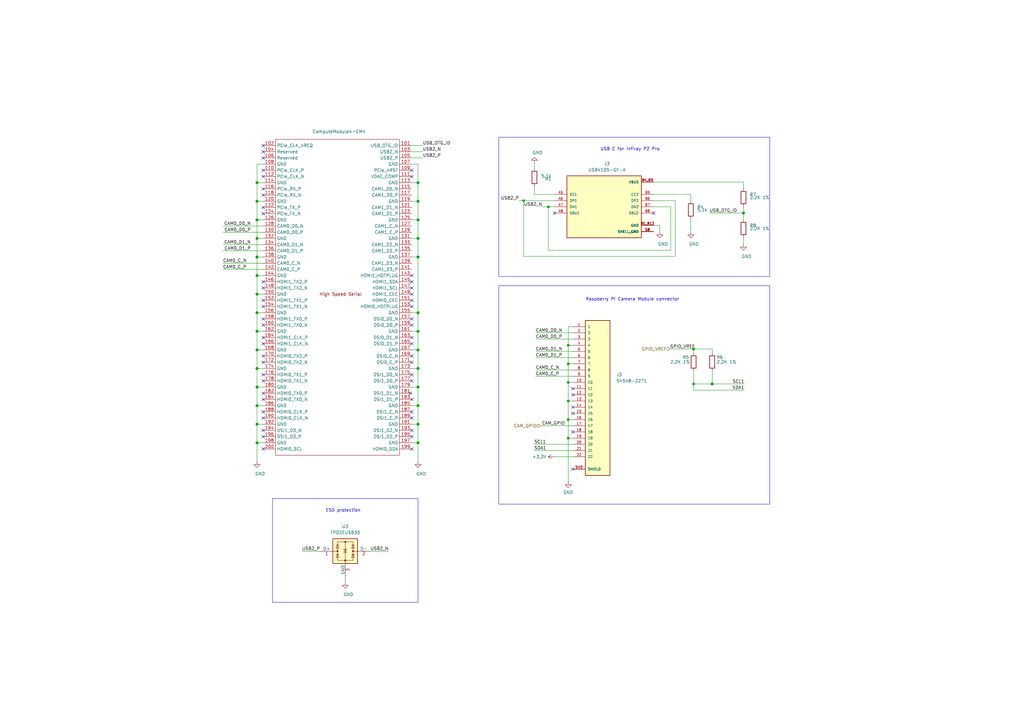
<source format=kicad_sch>
(kicad_sch (version 20230121) (generator eeschema)
  (paper "A3")
  (title_block (title "Raspberry Pi Compute Module 4 Carrier Board v1") (date "2023-06-21") (rev "v01") (comment 2 "creativecommons.org/licenses/by-sa/4.0") (comment 3 "License: CC BY 4.0") (comment 4 "Author: Iiro Karppanen"))
  (lib_symbols
    (symbol "54548-2271:54548-2271" (pin_names (offset 1.016))
      (property "Reference" "J" (at -5.0862 31.2801 0))
      (property "Value" "54548-2271" (at -5.0898 -35.6289 0))
      (symbol "54548-2271_0_0"
        (rectangle (start -5.08 -33.02) (end 5.08 30.48) (stroke (width 0.254)) (fill (type background)))
        (pin passive line (at -10.16 27.94 0) (length 5.08) (name "1") (number "1"))
        (pin passive line (at -10.16 5.08 0) (length 5.08) (name "10") (number "10"))
        (pin passive line (at -10.16 2.54 0) (length 5.08) (name "11") (number "11"))
        (pin passive line (at -10.16 0 0) (length 5.08) (name "12") (number "12"))
        (pin passive line (at -10.16 -2.54 0) (length 5.08) (name "13") (number "13"))
        (pin passive line (at -10.16 -5.08 0) (length 5.08) (name "14") (number "14"))
        (pin passive line (at -10.16 -7.62 0) (length 5.08) (name "15") (number "15"))
        (pin passive line (at -10.16 -10.16 0) (length 5.08) (name "16") (number "16"))
        (pin passive line (at -10.16 -12.7 0) (length 5.08) (name "17") (number "17"))
        (pin passive line (at -10.16 -15.24 0) (length 5.08) (name "18") (number "18"))
        (pin passive line (at -10.16 -17.78 0) (length 5.08) (name "19") (number "19"))
        (pin passive line (at -10.16 25.4 0) (length 5.08) (name "2") (number "2"))
        (pin passive line (at -10.16 -20.32 0) (length 5.08) (name "20") (number "20"))
        (pin passive line (at -10.16 -22.86 0) (length 5.08) (name "21") (number "21"))
        (pin passive line (at -10.16 -25.4 0) (length 5.08) (name "22") (number "22"))
        (pin passive line (at -10.16 22.86 0) (length 5.08) (name "3") (number "3"))
        (pin passive line (at -10.16 20.32 0) (length 5.08) (name "4") (number "4"))
        (pin passive line (at -10.16 17.78 0) (length 5.08) (name "5") (number "5"))
        (pin passive line (at -10.16 15.24 0) (length 5.08) (name "6") (number "6"))
        (pin passive line (at -10.16 12.7 0) (length 5.08) (name "7") (number "7"))
        (pin passive line (at -10.16 10.16 0) (length 5.08) (name "8") (number "8"))
        (pin passive line (at -10.16 7.62 0) (length 5.08) (name "9") (number "9"))
        (pin passive line (at -10.16 -30.48 0) (length 5.08) (name "SHIELD") (number "SH1"))
        (pin passive line (at -10.16 -30.48 0) (length 5.08) (name "SHIELD") (number "SH2"))
      )
    )
    (symbol "CM4IO:ComputeModule4-CM4"
      (property "Reference" "Module" (at 113.03 -68.58 0))
      (property "Value" "ComputeModule4-CM4" (at 140.97 2.54 0))
      (property "Manufacturer" "Hirose" (at 0 0 0))
      (property "MPN" "2x DF40C-100DS-0.4V" (at 0 -2.54 0))
      (property "MPN (Alt)" "2x DF40HC(3.0)-100DS-0.4V" (at 0 0 0))
      (symbol "ComputeModule4-CM4_1_0"
        (text "GPIO" (at 0 6.35 0) (effects (font (size 1.27 1.27))))
      )
      (symbol "ComputeModule4-CM4_1_1"
        (rectangle (start -30.48 -71.12) (end 25.4 58.42))
        (text "600mA Max" (at -8.89 -53.34 0) (effects (font (size 1.27 1.27))))
        (text "600mA Max" (at -8.89 -48.26 0) (effects (font (size 1.27 1.27))))
        (text "NB SD signals are only available" (at -1.27 -27.94 0) (effects (font (size 1.27 1.27))))
        (text "on modules without eMMC" (at -1.27 -30.48 0) (effects (font (size 1.27 1.27))))
        (pin power_in line (at 27.94 55.88 180) (length 2.54) (name "GND") (number "1"))
        (pin passive line (at -33.02 45.72 0) (length 2.54) (name "Ethernet_Pair0_N") (number "10"))
        (pin output line (at -33.02 -68.58 0) (length 2.54) (name "nEXTRST") (number "100"))
        (pin passive line (at 27.94 43.18 180) (length 2.54) (name "Ethernet_Pair2_P") (number "11"))
        (pin passive line (at -33.02 43.18 0) (length 2.54) (name "Ethernet_Pair0_P") (number "12"))
        (pin power_in line (at 27.94 40.64 180) (length 2.54) (name "GND") (number "13"))
        (pin power_in line (at -33.02 40.64 0) (length 2.54) (name "GND") (number "14"))
        (pin output line (at 27.94 38.1 180) (length 2.54) (name "Ethernet_nLED3(3.3v)") (number "15"))
        (pin input line (at -33.02 38.1 0) (length 2.54) (name "Ethernet_SYNC_IN(1.8v)") (number "16"))
        (pin output line (at 27.94 35.56 180) (length 2.54) (name "Ethernet_nLED2(3.3v)") (number "17"))
        (pin input line (at -33.02 35.56 0) (length 2.54) (name "Ethernet_SYNC_OUT(1.8v)") (number "18"))
        (pin output line (at 27.94 33.02 180) (length 2.54) (name "Ethernet_nLED1(3.3v)") (number "19"))
        (pin power_in line (at -33.02 55.88 0) (length 2.54) (name "GND") (number "2"))
        (pin passive line (at -33.02 33.02 0) (length 2.54) (name "EEPROM_nWP") (number "20"))
        (pin open_collector line (at 27.94 30.48 180) (length 2.54) (name "PI_nLED_Activity") (number "21"))
        (pin power_in line (at -33.02 30.48 0) (length 2.54) (name "GND") (number "22"))
        (pin power_in line (at 27.94 27.94 180) (length 2.54) (name "GND") (number "23"))
        (pin passive line (at -33.02 27.94 0) (length 2.54) (name "GPIO26") (number "24"))
        (pin passive line (at 27.94 25.4 180) (length 2.54) (name "GPIO21") (number "25"))
        (pin passive line (at -33.02 25.4 0) (length 2.54) (name "GPIO19") (number "26"))
        (pin passive line (at 27.94 22.86 180) (length 2.54) (name "GPIO20") (number "27"))
        (pin passive line (at -33.02 22.86 0) (length 2.54) (name "GPIO13") (number "28"))
        (pin passive line (at 27.94 20.32 180) (length 2.54) (name "GPIO16") (number "29"))
        (pin passive line (at 27.94 53.34 180) (length 2.54) (name "Ethernet_Pair3_P") (number "3"))
        (pin passive line (at -33.02 20.32 0) (length 2.54) (name "GPIO6") (number "30"))
        (pin passive line (at 27.94 17.78 180) (length 2.54) (name "GPIO12") (number "31"))
        (pin power_in line (at -33.02 17.78 0) (length 2.54) (name "GND") (number "32"))
        (pin power_in line (at 27.94 15.24 180) (length 2.54) (name "GND") (number "33"))
        (pin passive line (at -33.02 15.24 0) (length 2.54) (name "GPIO5") (number "34"))
        (pin passive line (at 27.94 12.7 180) (length 2.54) (name "ID_SC") (number "35"))
        (pin passive line (at -33.02 12.7 0) (length 2.54) (name "ID_SD") (number "36"))
        (pin passive line (at 27.94 10.16 180) (length 2.54) (name "GPIO7") (number "37"))
        (pin passive line (at -33.02 10.16 0) (length 2.54) (name "GPIO11") (number "38"))
        (pin passive line (at 27.94 7.62 180) (length 2.54) (name "GPIO8") (number "39"))
        (pin passive line (at -33.02 53.34 0) (length 2.54) (name "Ethernet_Pair1_P") (number "4"))
        (pin passive line (at -33.02 7.62 0) (length 2.54) (name "GPIO9") (number "40"))
        (pin passive line (at 27.94 5.08 180) (length 2.54) (name "GPIO25") (number "41"))
        (pin power_in line (at -33.02 5.08 0) (length 2.54) (name "GND") (number "42"))
        (pin power_in line (at 27.94 2.54 180) (length 2.54) (name "GND") (number "43"))
        (pin passive line (at -33.02 2.54 0) (length 2.54) (name "GPIO10") (number "44"))
        (pin passive line (at 27.94 0 180) (length 2.54) (name "GPIO24") (number "45"))
        (pin passive line (at -33.02 0 0) (length 2.54) (name "GPIO22") (number "46"))
        (pin passive line (at 27.94 -2.54 180) (length 2.54) (name "GPIO23") (number "47"))
        (pin passive line (at -33.02 -2.54 0) (length 2.54) (name "GPIO27") (number "48"))
        (pin passive line (at 27.94 -5.08 180) (length 2.54) (name "GPIO18") (number "49"))
        (pin passive line (at 27.94 50.8 180) (length 2.54) (name "Ethernet_Pair3_N") (number "5"))
        (pin passive line (at -33.02 -5.08 0) (length 2.54) (name "GPIO17") (number "50"))
        (pin passive line (at 27.94 -7.62 180) (length 2.54) (name "GPIO15") (number "51"))
        (pin power_in line (at -33.02 -7.62 0) (length 2.54) (name "GND") (number "52"))
        (pin power_in line (at 27.94 -10.16 180) (length 2.54) (name "GND") (number "53"))
        (pin passive line (at -33.02 -10.16 0) (length 2.54) (name "GPIO4") (number "54"))
        (pin passive line (at 27.94 -12.7 180) (length 2.54) (name "GPIO14") (number "55"))
        (pin passive line (at -33.02 -12.7 0) (length 2.54) (name "GPIO3") (number "56"))
        (pin passive line (at 27.94 -15.24 180) (length 2.54) (name "SD_CLK") (number "57"))
        (pin passive line (at -33.02 -15.24 0) (length 2.54) (name "GPIO2") (number "58"))
        (pin power_in line (at 27.94 -17.78 180) (length 2.54) (name "GND") (number "59"))
        (pin passive line (at -33.02 50.8 0) (length 2.54) (name "Ethernet_Pair1_N") (number "6"))
        (pin power_in line (at -33.02 -17.78 0) (length 2.54) (name "GND") (number "60"))
        (pin passive line (at 27.94 -20.32 180) (length 2.54) (name "SD_DAT3") (number "61"))
        (pin passive line (at -33.02 -20.32 0) (length 2.54) (name "SD_CMD") (number "62"))
        (pin passive line (at 27.94 -22.86 180) (length 2.54) (name "SD_DAT0") (number "63"))
        (pin passive line (at -33.02 -22.86 0) (length 2.54) (name "SD_DAT5") (number "64"))
        (pin power_in line (at 27.94 -25.4 180) (length 2.54) (name "GND") (number "65"))
        (pin power_in line (at -33.02 -25.4 0) (length 2.54) (name "GND") (number "66"))
        (pin passive line (at 27.94 -27.94 180) (length 2.54) (name "SD_DAT1") (number "67"))
        (pin passive line (at -33.02 -27.94 0) (length 2.54) (name "SD_DAT4") (number "68"))
        (pin passive line (at 27.94 -30.48 180) (length 2.54) (name "SD_DAT2") (number "69"))
        (pin power_in line (at 27.94 48.26 180) (length 2.54) (name "GND") (number "7"))
        (pin passive line (at -33.02 -30.48 0) (length 2.54) (name "SD_DAT7") (number "70"))
        (pin power_in line (at 27.94 -33.02 180) (length 2.54) (name "GND") (number "71"))
        (pin passive line (at -33.02 -33.02 0) (length 2.54) (name "SD_DAT6") (number "72"))
        (pin input line (at 27.94 -35.56 180) (length 2.54) (name "SD_VDD_Override") (number "73"))
        (pin power_in line (at -33.02 -35.56 0) (length 2.54) (name "GND") (number "74"))
        (pin output line (at 27.94 -38.1 180) (length 2.54) (name "SD_PWR_ON") (number "75"))
        (pin passive line (at -33.02 -38.1 0) (length 2.54) (name "Reserved") (number "76"))
        (pin power_in line (at 27.94 -40.64 180) (length 2.54) (name "+5v_(Input)") (number "77"))
        (pin power_in line (at -33.02 -40.64 0) (length 2.54) (name "GPIO_VREF(1.8v/3.3v_Input)") (number "78"))
        (pin power_in line (at 27.94 -43.18 180) (length 2.54) (name "+5v_(Input)") (number "79"))
        (pin power_in line (at -33.02 48.26 0) (length 2.54) (name "GND") (number "8"))
        (pin passive line (at -33.02 -43.18 0) (length 2.54) (name "SCL0") (number "80"))
        (pin power_in line (at 27.94 -45.72 180) (length 2.54) (name "+5v_(Input)") (number "81"))
        (pin passive line (at -33.02 -45.72 0) (length 2.54) (name "SDA0") (number "82"))
        (pin power_in line (at 27.94 -48.26 180) (length 2.54) (name "+5v_(Input)") (number "83"))
        (pin power_out line (at -33.02 -48.26 0) (length 2.54) (name "+3.3v_(Output)") (number "84"))
        (pin power_in line (at 27.94 -50.8 180) (length 2.54) (name "+5v_(Input)") (number "85"))
        (pin power_out line (at -33.02 -50.8 0) (length 2.54) (name "+3.3v_(Output)") (number "86"))
        (pin power_in line (at 27.94 -53.34 180) (length 2.54) (name "+5v_(Input)") (number "87"))
        (pin power_out line (at -33.02 -53.34 0) (length 2.54) (name "+1.8v_(Output)") (number "88"))
        (pin power_in line (at 27.94 -55.88 180) (length 2.54) (name "WiFi_nDisable") (number "89"))
        (pin passive line (at 27.94 45.72 180) (length 2.54) (name "Ethernet_Pair2_N") (number "9"))
        (pin power_out line (at -33.02 -55.88 0) (length 2.54) (name "+1.8v_(Output)") (number "90"))
        (pin power_in line (at 27.94 -58.42 180) (length 2.54) (name "BT_nDisable") (number "91"))
        (pin passive line (at -33.02 -58.42 0) (length 2.54) (name "RUN_PG") (number "92"))
        (pin input line (at 27.94 -60.96 180) (length 2.54) (name "nRPIBOOT") (number "93"))
        (pin passive line (at -33.02 -60.96 0) (length 2.54) (name "AnalogIP0") (number "94"))
        (pin output line (at 27.94 -63.5 180) (length 2.54) (name "nPI_LED_PWR") (number "95"))
        (pin passive line (at -33.02 -63.5 0) (length 2.54) (name "AnalogIP1") (number "96"))
        (pin passive line (at 27.94 -66.04 180) (length 2.54) (name "Camera_GPIO") (number "97"))
        (pin power_in line (at -33.02 -66.04 0) (length 2.54) (name "GND") (number "98"))
        (pin input line (at 27.94 -68.58 180) (length 2.54) (name "Global_EN") (number "99"))
      )
      (symbol "ComputeModule4-CM4_2_1"
        (rectangle (start 114.3 -66.04) (end 165.1 63.5))
        (text "High Speed Serial" (at 140.97 0 0) (effects (font (size 1.27 1.27))))
        (pin input line (at 170.18 60.96 180) (length 5.08) (name "USB_OTG_ID") (number "101"))
        (pin input line (at 109.22 60.96 0) (length 5.08) (name "PCIe_CLK_nREQ") (number "102"))
        (pin passive line (at 170.18 58.42 180) (length 5.08) (name "USB2_N") (number "103"))
        (pin passive line (at 109.22 58.42 0) (length 5.08) (name "Reserved") (number "104"))
        (pin passive line (at 170.18 55.88 180) (length 5.08) (name "USB2_P") (number "105"))
        (pin passive line (at 109.22 55.88 0) (length 5.08) (name "Reserved") (number "106"))
        (pin power_in line (at 170.18 53.34 180) (length 5.08) (name "GND") (number "107"))
        (pin power_in line (at 109.22 53.34 0) (length 5.08) (name "GND") (number "108"))
        (pin bidirectional line (at 170.18 50.8 180) (length 5.08) (name "PCIe_nRST") (number "109"))
        (pin output line (at 109.22 50.8 0) (length 5.08) (name "PCIe_CLK_P") (number "110"))
        (pin passive line (at 170.18 48.26 180) (length 5.08) (name "VDAC_COMP") (number "111"))
        (pin output line (at 109.22 48.26 0) (length 5.08) (name "PCIe_CLK_N") (number "112"))
        (pin power_in line (at 170.18 45.72 180) (length 5.08) (name "GND") (number "113"))
        (pin power_in line (at 109.22 45.72 0) (length 5.08) (name "GND") (number "114"))
        (pin input line (at 170.18 43.18 180) (length 5.08) (name "CAM1_D0_N") (number "115"))
        (pin input line (at 109.22 43.18 0) (length 5.08) (name "PCIe_RX_P") (number "116"))
        (pin input line (at 170.18 40.64 180) (length 5.08) (name "CAM1_D0_P") (number "117"))
        (pin input line (at 109.22 40.64 0) (length 5.08) (name "PCIe_RX_N") (number "118"))
        (pin power_in line (at 170.18 38.1 180) (length 5.08) (name "GND") (number "119"))
        (pin power_in line (at 109.22 38.1 0) (length 5.08) (name "GND") (number "120"))
        (pin input line (at 170.18 35.56 180) (length 5.08) (name "CAM1_D1_N") (number "121"))
        (pin output line (at 109.22 35.56 0) (length 5.08) (name "PCIe_TX_P") (number "122"))
        (pin input line (at 170.18 33.02 180) (length 5.08) (name "CAM1_D1_P") (number "123"))
        (pin output line (at 109.22 33.02 0) (length 5.08) (name "PCIe_TX_N") (number "124"))
        (pin power_in line (at 170.18 30.48 180) (length 5.08) (name "GND") (number "125"))
        (pin power_in line (at 109.22 30.48 0) (length 5.08) (name "GND") (number "126"))
        (pin input line (at 170.18 27.94 180) (length 5.08) (name "CAM1_C_N") (number "127"))
        (pin input line (at 109.22 27.94 0) (length 5.08) (name "CAM0_D0_N") (number "128"))
        (pin input line (at 170.18 25.4 180) (length 5.08) (name "CAM1_C_P") (number "129"))
        (pin input line (at 109.22 25.4 0) (length 5.08) (name "CAM0_D0_P") (number "130"))
        (pin power_in line (at 170.18 22.86 180) (length 5.08) (name "GND") (number "131"))
        (pin power_in line (at 109.22 22.86 0) (length 5.08) (name "GND") (number "132"))
        (pin input line (at 170.18 20.32 180) (length 5.08) (name "CAM1_D2_N") (number "133"))
        (pin input line (at 109.22 20.32 0) (length 5.08) (name "CAM0_D1_N") (number "134"))
        (pin input line (at 170.18 17.78 180) (length 5.08) (name "CAM1_D2_P") (number "135"))
        (pin input line (at 109.22 17.78 0) (length 5.08) (name "CAM0_D1_P") (number "136"))
        (pin power_in line (at 170.18 15.24 180) (length 5.08) (name "GND") (number "137"))
        (pin power_in line (at 109.22 15.24 0) (length 5.08) (name "GND") (number "138"))
        (pin input line (at 170.18 12.7 180) (length 5.08) (name "CAM1_D3_N") (number "139"))
        (pin input line (at 109.22 12.7 0) (length 5.08) (name "CAM0_C_N") (number "140"))
        (pin input line (at 170.18 10.16 180) (length 5.08) (name "CAM1_D3_P") (number "141"))
        (pin input line (at 109.22 10.16 0) (length 5.08) (name "CAM0_C_P") (number "142"))
        (pin input line (at 170.18 7.62 180) (length 5.08) (name "HDMI1_HOTPLUG") (number "143"))
        (pin power_in line (at 109.22 7.62 0) (length 5.08) (name "GND") (number "144"))
        (pin bidirectional line (at 170.18 5.08 180) (length 5.08) (name "HDMI1_SDA") (number "145"))
        (pin output line (at 109.22 5.08 0) (length 5.08) (name "HDMI1_TX2_P") (number "146"))
        (pin open_collector line (at 170.18 2.54 180) (length 5.08) (name "HDMI1_SCL") (number "147"))
        (pin output line (at 109.22 2.54 0) (length 5.08) (name "HDMI1_TX2_N") (number "148"))
        (pin open_collector line (at 170.18 0 180) (length 5.08) (name "HDMI1_CEC") (number "149"))
        (pin power_in line (at 109.22 0 0) (length 5.08) (name "GND") (number "150"))
        (pin open_collector line (at 170.18 -2.54 180) (length 5.08) (name "HDMI0_CEC") (number "151"))
        (pin output line (at 109.22 -2.54 0) (length 5.08) (name "HDMI1_TX1_P") (number "152"))
        (pin input line (at 170.18 -5.08 180) (length 5.08) (name "HDMI0_HOTPLUG") (number "153"))
        (pin output line (at 109.22 -5.08 0) (length 5.08) (name "HDMI1_TX1_N") (number "154"))
        (pin power_in line (at 170.18 -7.62 180) (length 5.08) (name "GND") (number "155"))
        (pin power_in line (at 109.22 -7.62 0) (length 5.08) (name "GND") (number "156"))
        (pin output line (at 170.18 -10.16 180) (length 5.08) (name "DSI0_D0_N") (number "157"))
        (pin output line (at 109.22 -10.16 0) (length 5.08) (name "HDMI1_TX0_P") (number "158"))
        (pin output line (at 170.18 -12.7 180) (length 5.08) (name "DSI0_D0_P") (number "159"))
        (pin output line (at 109.22 -12.7 0) (length 5.08) (name "HDMI1_TX0_N") (number "160"))
        (pin power_in line (at 170.18 -15.24 180) (length 5.08) (name "GND") (number "161"))
        (pin power_in line (at 109.22 -15.24 0) (length 5.08) (name "GND") (number "162"))
        (pin output line (at 170.18 -17.78 180) (length 5.08) (name "DSI0_D1_N") (number "163"))
        (pin output line (at 109.22 -17.78 0) (length 5.08) (name "HDMI1_CLK_P") (number "164"))
        (pin output line (at 170.18 -20.32 180) (length 5.08) (name "DSI0_D1_P") (number "165"))
        (pin output line (at 109.22 -20.32 0) (length 5.08) (name "HDMI1_CLK_N") (number "166"))
        (pin power_in line (at 170.18 -22.86 180) (length 5.08) (name "GND") (number "167"))
        (pin power_in line (at 109.22 -22.86 0) (length 5.08) (name "GND") (number "168"))
        (pin output line (at 170.18 -25.4 180) (length 5.08) (name "DSI0_C_N") (number "169"))
        (pin output line (at 109.22 -25.4 0) (length 5.08) (name "HDMI0_TX2_P") (number "170"))
        (pin output line (at 170.18 -27.94 180) (length 5.08) (name "DSI0_C_P") (number "171"))
        (pin output line (at 109.22 -27.94 0) (length 5.08) (name "HDMI0_TX2_N") (number "172"))
        (pin power_in line (at 170.18 -30.48 180) (length 5.08) (name "GND") (number "173"))
        (pin power_in line (at 109.22 -30.48 0) (length 5.08) (name "GND") (number "174"))
        (pin output line (at 170.18 -33.02 180) (length 5.08) (name "DSI1_D0_N") (number "175"))
        (pin output line (at 109.22 -33.02 0) (length 5.08) (name "HDMI0_TX1_P") (number "176"))
        (pin output line (at 170.18 -35.56 180) (length 5.08) (name "DSI1_D0_P") (number "177"))
        (pin output line (at 109.22 -35.56 0) (length 5.08) (name "HDMI0_TX1_N") (number "178"))
        (pin power_in line (at 170.18 -38.1 180) (length 5.08) (name "GND") (number "179"))
        (pin power_in line (at 109.22 -38.1 0) (length 5.08) (name "GND") (number "180"))
        (pin output line (at 170.18 -40.64 180) (length 5.08) (name "DSI1_D1_N") (number "181"))
        (pin output line (at 109.22 -40.64 0) (length 5.08) (name "HDMI0_TX0_P") (number "182"))
        (pin output line (at 170.18 -43.18 180) (length 5.08) (name "DSI1_D1_P") (number "183"))
        (pin output line (at 109.22 -43.18 0) (length 5.08) (name "HDMI0_TX0_N") (number "184"))
        (pin power_in line (at 170.18 -45.72 180) (length 5.08) (name "GND") (number "185"))
        (pin power_in line (at 109.22 -45.72 0) (length 5.08) (name "GND") (number "186"))
        (pin output line (at 170.18 -48.26 180) (length 5.08) (name "DSI1_C_N") (number "187"))
        (pin output line (at 109.22 -48.26 0) (length 5.08) (name "HDMI0_CLK_P") (number "188"))
        (pin output line (at 170.18 -50.8 180) (length 5.08) (name "DSI1_C_P") (number "189"))
        (pin output line (at 109.22 -50.8 0) (length 5.08) (name "HDMI0_CLK_N") (number "190"))
        (pin power_in line (at 170.18 -53.34 180) (length 5.08) (name "GND") (number "191"))
        (pin power_in line (at 109.22 -53.34 0) (length 5.08) (name "GND") (number "192"))
        (pin output line (at 170.18 -55.88 180) (length 5.08) (name "DSI1_D2_N") (number "193"))
        (pin output line (at 109.22 -55.88 0) (length 5.08) (name "DSI1_D3_N") (number "194"))
        (pin output line (at 170.18 -58.42 180) (length 5.08) (name "DSI1_D2_P") (number "195"))
        (pin output line (at 109.22 -58.42 0) (length 5.08) (name "DSI1_D3_P") (number "196"))
        (pin power_in line (at 170.18 -60.96 180) (length 5.08) (name "GND") (number "197"))
        (pin power_in line (at 109.22 -60.96 0) (length 5.08) (name "GND") (number "198"))
        (pin bidirectional line (at 170.18 -63.5 180) (length 5.08) (name "HDMI0_SDA") (number "199"))
        (pin open_collector line (at 109.22 -63.5 0) (length 5.08) (name "HDMI0_SCL") (number "200"))
      )
    )
    (symbol "Device:R" (pin_numbers hide) (pin_names (offset 0))
      (property "Reference" "R" (at 2.032 0 90))
      (property "Value" "R" (at 0 0 90))
      (symbol "R_0_1"
        (rectangle (start -1.016 -2.54) (end 1.016 2.54) (stroke (width 0.254)))
      )
      (symbol "R_1_1"
        (pin passive line (at 0 3.81 270) (length 1.27) (name "~") (number "1"))
        (pin passive line (at 0 -3.81 90) (length 1.27) (name "~") (number "2"))
      )
    )
    (symbol "GND_1" (power) (pin_names (offset 0))
      (property "Value" "GND_1" (at 0 -3.81 0))
      (symbol "GND_1_0_1"
        (polyline (pts (xy 0 0) (xy 0 -1.27) (xy 1.27 -1.27) (xy 0 -2.54) (xy -1.27 -1.27) (xy 0 -1.27)))
      )
      (symbol "GND_1_1_1"
        (pin power_in line (at 0 0 270) (length 0) hide (name "GND") (number "1"))
      )
    )
    (symbol "Power_Protection:TPD2EUSB30" (pin_names (offset 0))
      (property "Reference" "U" (at 0 6.35 0))
      (property "Value" "TPD2EUSB30" (at 7.62 -7.62 0))
      (symbol "TPD2EUSB30_0_1"
        (rectangle (start -5.08 5.08) (end 5.08 -5.08) (stroke (width 0.254)) (fill (type background)))
        (circle (center -3.175 0) (radius 0.2794) (fill (type outline)))
        (rectangle (start -3.175 3.81) (end 3.175 -3.81))
        (circle (center 0 -3.81) (radius 0.2794) (fill (type outline)))
        (polyline (pts (xy -5.08 0) (xy -3.175 0)))
        (polyline (pts (xy -3.81 -1.27) (xy -2.54 -1.27)))
        (polyline (pts (xy -3.81 2.54) (xy -2.54 2.54)))
        (polyline (pts (xy 0 3.81) (xy 0 -5.08)))
        (polyline (pts (xy 2.54 -1.27) (xy 3.81 -1.27)))
        (polyline (pts (xy 2.54 2.54) (xy 3.81 2.54)))
        (polyline (pts (xy 5.08 0) (xy 3.175 0)))
        (polyline (pts (xy 0.762 0.762) (xy -0.762 0.762) (xy -0.762 0.508)))
        (polyline (pts (xy -2.54 -2.54) (xy -3.81 -2.54) (xy -3.175 -1.27) (xy -2.54 -2.54)))
        (polyline (pts (xy -2.54 1.27) (xy -3.81 1.27) (xy -3.175 2.54) (xy -2.54 1.27)))
        (polyline (pts (xy 0.635 -0.508) (xy -0.635 -0.508) (xy 0 0.762) (xy 0.635 -0.508)))
        (polyline (pts (xy 3.81 -2.54) (xy 2.54 -2.54) (xy 3.175 -1.27) (xy 3.81 -2.54)))
        (polyline (pts (xy 3.81 1.27) (xy 2.54 1.27) (xy 3.175 2.54) (xy 3.81 1.27)))
        (circle (center 0 3.81) (radius 0.2794) (fill (type outline)))
        (circle (center 3.175 0) (radius 0.2794) (fill (type outline)))
      )
      (symbol "TPD2EUSB30_1_1"
        (pin passive line (at -10.16 0 0) (length 5.08) (name "D+") (number "1"))
        (pin passive line (at 10.16 0 180) (length 5.08) (name "D-") (number "2"))
        (pin passive line (at 0 -10.16 90) (length 5.08) (name "GND") (number "3"))
      )
    )
    (symbol "USB4105-GF-A:USB4105-GF-A" (pin_names (offset 1.016))
      (property "Reference" "J" (at -15.24 13.97 0))
      (property "Value" "USB4105-GF-A" (at -15.24 -15.24 0))
      (symbol "USB4105-GF-A_0_0"
        (rectangle (start -15.24 -12.7) (end 15.24 12.7) (stroke (width 0.254)) (fill (type background)))
        (pin power_in line (at 20.32 -7.62 180) (length 5.08) (name "GND") (number "A1_B12"))
        (pin power_in line (at 20.32 10.16 180) (length 5.08) (name "VBUS") (number "A4_B9"))
        (pin bidirectional line (at -20.32 5.08 0) (length 5.08) (name "CC1") (number "A5"))
        (pin bidirectional line (at -20.32 2.54 0) (length 5.08) (name "DP1") (number "A6"))
        (pin bidirectional line (at -20.32 0 0) (length 5.08) (name "DN1") (number "A7"))
        (pin bidirectional line (at -20.32 -2.54 0) (length 5.08) (name "SBU1") (number "A8"))
        (pin power_in line (at 20.32 -7.62 180) (length 5.08) (name "GND") (number "B1_A12"))
        (pin power_in line (at 20.32 10.16 180) (length 5.08) (name "VBUS") (number "B4_A9"))
        (pin bidirectional line (at 20.32 5.08 180) (length 5.08) (name "CC2") (number "B5"))
        (pin bidirectional line (at 20.32 2.54 180) (length 5.08) (name "DP2") (number "B6"))
        (pin bidirectional line (at 20.32 0 180) (length 5.08) (name "DN2") (number "B7"))
        (pin bidirectional line (at 20.32 -2.54 180) (length 5.08) (name "SBU2") (number "B8"))
        (pin power_in line (at 20.32 -10.16 180) (length 5.08) (name "SHELL_GND") (number "S1"))
        (pin power_in line (at 20.32 -10.16 180) (length 5.08) (name "SHELL_GND") (number "S2"))
        (pin power_in line (at 20.32 -10.16 180) (length 5.08) (name "SHELL_GND") (number "S3"))
        (pin power_in line (at 20.32 -10.16 180) (length 5.08) (name "SHELL_GND") (number "S4"))
      )
    )
    (symbol "power:+3.3V" (power) (pin_names (offset 0))
      (property "Value" "+3.3V" (at 0 3.556 0))
      (symbol "+3.3V_0_1"
        (polyline (pts (xy -0.762 1.27) (xy 0 2.54)))
        (polyline (pts (xy 0 0) (xy 0 2.54)))
        (polyline (pts (xy 0 2.54) (xy 0.762 1.27)))
      )
      (symbol "+3.3V_1_1"
        (pin power_in line (at 0 0 90) (length 0) hide (name "+3.3V") (number "1"))
      )
    )
    (symbol "power:GND" (power) (pin_names (offset 0))
      (property "Value" "GND" (at 0 -3.81 0))
      (symbol "GND_0_1"
        (polyline (pts (xy 0 0) (xy 0 -1.27) (xy 1.27 -1.27) (xy 0 -2.54) (xy -1.27 -1.27) (xy 0 -1.27)))
      )
      (symbol "GND_1_1"
        (pin power_in line (at 0 0 270) (length 0) hide (name "GND") (number "1"))
      )
    )
  )
  (junction (at 105.41 151.13) (diameter 1.016))
  (junction (at 171.45 97.79) (diameter 1.016))
  (junction (at 171.45 74.93) (diameter 1.016))
  (junction (at 233.045 156.845))
  (junction (at 233.045 149.225))
  (junction (at 171.45 143.51) (diameter 1.016))
  (junction (at 214.757 82.296))
  (junction (at 105.41 173.99) (diameter 1.016))
  (junction (at 304.927 87.376) (diameter 1.016))
  (junction (at 171.45 166.37) (diameter 1.016))
  (junction (at 171.45 90.17) (diameter 1.016))
  (junction (at 105.41 74.93) (diameter 1.016))
  (junction (at 292.1 157.48) (diameter 1.016))
  (junction (at 105.41 143.51) (diameter 1.016))
  (junction (at 171.45 181.61) (diameter 1.016))
  (junction (at 224.917 84.836))
  (junction (at 105.41 90.17) (diameter 1.016))
  (junction (at 105.41 105.41) (diameter 1.016))
  (junction (at 171.45 135.89) (diameter 1.016))
  (junction (at 105.41 97.79) (diameter 1.016))
  (junction (at 171.45 105.41) (diameter 1.016))
  (junction (at 284.48 157.48))
  (junction (at 233.045 141.605))
  (junction (at 171.45 82.55) (diameter 1.016))
  (junction (at 105.41 158.75) (diameter 1.016))
  (junction (at 105.41 128.27) (diameter 1.016))
  (junction (at 105.41 181.61) (diameter 1.016))
  (junction (at 105.41 166.37) (diameter 1.016))
  (junction (at 105.41 120.65) (diameter 1.016))
  (junction (at 105.41 113.03) (diameter 1.016))
  (junction (at 171.45 128.27) (diameter 1.016))
  (junction (at 233.045 179.705))
  (junction (at 105.41 135.89) (diameter 1.016))
  (junction (at 233.045 172.085))
  (junction (at 171.45 151.13) (diameter 1.016))
  (junction (at 105.41 82.55) (diameter 1.016))
  (junction (at 233.045 164.465))
  (junction (at 171.45 173.99) (diameter 1.016))
  (junction (at 284.48 143.129) (diameter 1.016))
  (junction (at 171.45 158.75) (diameter 1.016))
  (no_connect (at 168.91 184.15))
  (no_connect (at 168.91 176.53))
  (no_connect (at 168.275 161.29))
  (no_connect (at 107.95 148.59))
  (no_connect (at 227.457 87.376))
  (no_connect (at 168.91 130.81))
  (no_connect (at 107.95 140.97))
  (no_connect (at 107.95 179.07))
  (no_connect (at 168.91 179.07))
  (no_connect (at 107.95 168.91))
  (no_connect (at 107.95 85.09))
  (no_connect (at 168.91 163.83))
  (no_connect (at 168.91 168.91))
  (no_connect (at 168.91 146.05))
  (no_connect (at 107.95 138.43))
  (no_connect (at 168.91 125.73))
  (no_connect (at 168.91 171.45))
  (no_connect (at 107.95 171.45))
  (no_connect (at 168.91 115.57))
  (no_connect (at 107.95 118.11))
  (no_connect (at 107.95 176.53))
  (no_connect (at 234.95 177.165))
  (no_connect (at 168.91 148.59))
  (no_connect (at 234.95 159.385))
  (no_connect (at 107.95 59.69))
  (no_connect (at 168.91 69.85))
  (no_connect (at 107.95 72.39))
  (no_connect (at 234.95 169.545))
  (no_connect (at 168.91 123.19))
  (no_connect (at 107.95 123.19))
  (no_connect (at 107.95 130.81))
  (no_connect (at 168.91 138.43))
  (no_connect (at 168.91 72.39))
  (no_connect (at 107.95 156.21))
  (no_connect (at 168.91 133.35))
  (no_connect (at 168.91 140.97))
  (no_connect (at 234.95 161.925))
  (no_connect (at 107.95 161.29))
  (no_connect (at 107.95 80.01))
  (no_connect (at 234.95 192.405))
  (no_connect (at 107.95 163.83))
  (no_connect (at 107.95 77.47))
  (no_connect (at 234.95 167.005))
  (no_connect (at 107.95 64.77))
  (no_connect (at 107.95 87.63))
  (no_connect (at 168.91 153.67))
  (no_connect (at 107.95 153.67))
  (no_connect (at 107.95 125.73))
  (no_connect (at 168.91 120.65))
  (no_connect (at 107.95 133.35))
  (no_connect (at 168.91 118.11))
  (no_connect (at 168.91 156.21))
  (no_connect (at 107.95 62.23))
  (no_connect (at 107.95 184.15))
  (no_connect (at 107.95 146.05))
  (no_connect (at 107.95 115.57))
  (no_connect (at 168.91 113.03))
  (no_connect (at 268.097 87.376))
  (no_connect (at 107.95 69.85))
  (wire (pts (xy 212.852 82.296) (xy 214.757 82.296)))
  (wire (pts (xy 233.045 141.605) (xy 234.95 141.605)))
  (wire (pts (xy 168.91 82.55) (xy 171.45 82.55)))
  (wire (pts (xy 105.41 113.03) (xy 105.41 120.65)))
  (wire (pts (xy 221.615 174.625) (xy 234.95 174.625)))
  (wire (pts (xy 168.91 97.79) (xy 171.45 97.79)))
  (wire (pts (xy 105.41 135.89) (xy 105.41 143.51)))
  (wire (pts (xy 219.202 76.581) (xy 219.202 79.756)))
  (wire (pts (xy 168.91 90.17) (xy 171.45 90.17)))
  (wire (pts (xy 304.927 87.376) (xy 304.927 89.916)))
  (wire (pts (xy 168.91 158.75) (xy 171.45 158.75)))
  (wire (pts (xy 105.41 113.03) (xy 107.95 113.03)))
  (wire (pts (xy 270.637 92.456) (xy 270.637 94.996)))
  (wire (pts (xy 141.605 236.22) (xy 141.605 238.76)))
  (wire (pts (xy 275.082 84.836) (xy 275.082 102.616)))
  (wire (pts (xy 276.987 105.156) (xy 214.757 105.156)))
  (wire (pts (xy 171.45 82.55) (xy 171.45 90.17)))
  (wire (pts (xy 105.41 143.51) (xy 105.41 151.13)))
  (wire (pts (xy 233.045 149.225) (xy 233.045 156.845)))
  (wire (pts (xy 105.41 151.13) (xy 107.95 151.13)))
  (wire (pts (xy 233.045 141.605) (xy 233.045 149.225)))
  (wire (pts (xy 276.987 82.296) (xy 276.987 105.156)))
  (wire (pts (xy 219.075 182.245) (xy 234.95 182.245)))
  (wire (pts (xy 105.41 135.89) (xy 107.95 135.89)))
  (wire (pts (xy 227.33 187.325) (xy 234.95 187.325)))
  (wire (pts (xy 123.825 226.06) (xy 131.445 226.06)))
  (wire (pts (xy 105.41 67.31) (xy 107.95 67.31)))
  (wire (pts (xy 219.71 154.305) (xy 234.95 154.305)))
  (wire (pts (xy 105.41 166.37) (xy 105.41 173.99)))
  (wire (pts (xy 219.71 151.765) (xy 234.95 151.765)))
  (wire (pts (xy 171.45 105.41) (xy 171.45 128.27)))
  (wire (pts (xy 105.41 181.61) (xy 105.41 189.23)))
  (wire (pts (xy 105.41 82.55) (xy 107.95 82.55)))
  (wire (pts (xy 284.48 143.129) (xy 284.48 144.653)))
  (wire (pts (xy 171.45 67.31) (xy 171.45 74.93)))
  (wire (pts (xy 233.045 156.845) (xy 234.95 156.845)))
  (wire (pts (xy 233.045 172.085) (xy 233.045 179.705)))
  (wire (pts (xy 219.71 144.145) (xy 234.95 144.145)))
  (wire (pts (xy 168.91 67.31) (xy 171.45 67.31)))
  (wire (pts (xy 105.41 90.17) (xy 107.95 90.17)))
  (wire (pts (xy 233.045 164.465) (xy 233.045 172.085)))
  (wire (pts (xy 105.41 181.61) (xy 107.95 181.61)))
  (wire (pts (xy 171.45 74.93) (xy 171.45 82.55)))
  (wire (pts (xy 233.045 179.705) (xy 234.95 179.705)))
  (wire (pts (xy 171.45 181.61) (xy 171.45 189.23)))
  (wire (pts (xy 214.757 105.156) (xy 214.757 82.296)))
  (wire (pts (xy 168.91 135.89) (xy 171.45 135.89)))
  (wire (pts (xy 105.41 67.31) (xy 105.41 74.93)))
  (wire (pts (xy 91.44 107.95) (xy 107.95 107.95)))
  (wire (pts (xy 105.41 143.51) (xy 107.95 143.51)))
  (wire (pts (xy 105.41 82.55) (xy 105.41 90.17)))
  (wire (pts (xy 107.95 92.71) (xy 91.44 92.71)))
  (wire (pts (xy 268.097 84.836) (xy 275.082 84.836)))
  (wire (pts (xy 171.45 97.79) (xy 171.45 105.41)))
  (wire (pts (xy 268.097 74.676) (xy 304.927 74.676)))
  (wire (pts (xy 105.41 105.41) (xy 105.41 113.03)))
  (wire (pts (xy 171.45 158.75) (xy 171.45 166.37)))
  (wire (pts (xy 168.91 173.99) (xy 171.45 173.99)))
  (wire (pts (xy 105.41 128.27) (xy 105.41 135.89)))
  (wire (pts (xy 268.097 79.756) (xy 283.337 79.756)))
  (wire (pts (xy 224.917 102.616) (xy 224.917 84.836)))
  (wire (pts (xy 107.95 102.87) (xy 91.44 102.87)))
  (wire (pts (xy 219.075 184.785) (xy 234.95 184.785)))
  (wire (pts (xy 91.44 110.49) (xy 107.95 110.49)))
  (wire (pts (xy 105.41 158.75) (xy 107.95 158.75)))
  (wire (pts (xy 284.48 143.129) (xy 292.1 143.129)))
  (wire (pts (xy 105.41 128.27) (xy 107.95 128.27)))
  (wire (pts (xy 290.957 87.376) (xy 304.927 87.376)))
  (wire (pts (xy 233.045 156.845) (xy 233.045 164.465)))
  (wire (pts (xy 292.1 152.273) (xy 292.1 157.48)))
  (wire (pts (xy 171.45 173.99) (xy 171.45 181.61)))
  (wire (pts (xy 171.45 166.37) (xy 171.45 173.99)))
  (wire (pts (xy 168.91 166.37) (xy 171.45 166.37)))
  (wire (pts (xy 105.41 120.65) (xy 107.95 120.65)))
  (wire (pts (xy 292.1 143.129) (xy 292.1 144.653)))
  (wire (pts (xy 233.045 149.225) (xy 234.95 149.225)))
  (wire (pts (xy 168.91 143.51) (xy 171.45 143.51)))
  (wire (pts (xy 233.045 164.465) (xy 234.95 164.465)))
  (wire (pts (xy 107.95 95.25) (xy 91.44 95.25)))
  (wire (pts (xy 214.757 82.296) (xy 227.457 82.296)))
  (wire (pts (xy 283.337 79.756) (xy 283.337 82.296)))
  (wire (pts (xy 105.41 97.79) (xy 107.95 97.79)))
  (wire (pts (xy 168.91 59.69) (xy 173.355 59.69)))
  (wire (pts (xy 105.41 173.99) (xy 107.95 173.99)))
  (wire (pts (xy 107.95 100.33) (xy 91.44 100.33)))
  (wire (pts (xy 222.377 84.836) (xy 224.917 84.836)))
  (wire (pts (xy 275.082 102.616) (xy 224.917 102.616)))
  (wire (pts (xy 105.41 166.37) (xy 107.95 166.37)))
  (wire (pts (xy 105.41 173.99) (xy 105.41 181.61)))
  (wire (pts (xy 105.41 158.75) (xy 105.41 166.37)))
  (wire (pts (xy 274.828 143.129) (xy 284.48 143.129)))
  (wire (pts (xy 168.91 181.61) (xy 171.45 181.61)))
  (wire (pts (xy 233.045 133.985) (xy 233.045 141.605)))
  (wire (pts (xy 284.48 160.02) (xy 305.308 160.02)))
  (wire (pts (xy 105.41 151.13) (xy 105.41 158.75)))
  (wire (pts (xy 268.097 92.456) (xy 270.637 92.456)))
  (wire (pts (xy 292.1 157.48) (xy 305.435 157.48)))
  (wire (pts (xy 219.202 68.961) (xy 219.202 67.056)))
  (wire (pts (xy 105.41 74.93) (xy 107.95 74.93)))
  (wire (pts (xy 234.95 133.985) (xy 233.045 133.985)))
  (wire (pts (xy 105.41 105.41) (xy 107.95 105.41)))
  (wire (pts (xy 304.927 84.836) (xy 304.927 87.376)))
  (wire (pts (xy 105.41 120.65) (xy 105.41 128.27)))
  (wire (pts (xy 224.917 84.836) (xy 227.457 84.836)))
  (wire (pts (xy 219.71 136.525) (xy 234.95 136.525)))
  (wire (pts (xy 168.91 74.93) (xy 171.45 74.93)))
  (wire (pts (xy 171.45 90.17) (xy 171.45 97.79)))
  (wire (pts (xy 151.765 226.06) (xy 159.385 226.06)))
  (wire (pts (xy 219.71 146.685) (xy 234.95 146.685)))
  (wire (pts (xy 171.45 143.51) (xy 171.45 151.13)))
  (wire (pts (xy 219.71 139.065) (xy 234.95 139.065)))
  (wire (pts (xy 105.41 97.79) (xy 105.41 105.41)))
  (wire (pts (xy 227.457 79.756) (xy 219.202 79.756)))
  (wire (pts (xy 284.48 152.273) (xy 284.48 157.48)))
  (wire (pts (xy 171.45 151.13) (xy 171.45 158.75)))
  (wire (pts (xy 304.927 74.676) (xy 304.927 77.216)))
  (wire (pts (xy 284.48 157.48) (xy 292.1 157.48)))
  (wire (pts (xy 283.337 89.916) (xy 283.337 94.996)))
  (wire (pts (xy 105.41 74.93) (xy 105.41 82.55)))
  (wire (pts (xy 105.41 90.17) (xy 105.41 97.79)))
  (wire (pts (xy 168.91 128.27) (xy 171.45 128.27)))
  (wire (pts (xy 168.91 151.13) (xy 171.45 151.13)))
  (wire (pts (xy 171.45 135.89) (xy 171.45 143.51)))
  (wire (pts (xy 168.91 105.41) (xy 171.45 105.41)))
  (wire (pts (xy 171.45 128.27) (xy 171.45 135.89)))
  (wire (pts (xy 233.045 179.705) (xy 233.045 197.485)))
  (wire (pts (xy 304.927 97.536) (xy 304.927 100.076)))
  (wire (pts (xy 233.045 172.085) (xy 234.95 172.085)))
  (wire (pts (xy 268.097 82.296) (xy 276.987 82.296)))
  (wire (pts (xy 168.91 64.77) (xy 173.355 64.77)))
  (wire (pts (xy 168.91 62.23) (xy 173.355 62.23)))
  (wire (pts (xy 284.48 157.48) (xy 284.48 160.02)))
  (rectangle (start 204.597 56.261) (end 315.722 113.411))
  (rectangle (start 111.76 204.47) (end 171.45 247.015))
  (rectangle (start 204.597 117.221) (end 315.722 206.756))
  (text "ESD protection\n" (at 147.955 210.185 0) (effects (font (size 1.27 1.27)) (justify right bottom)))
  (text "USB C for Infiray P2 Pro\n" (at 270.637 61.976 0) (effects (font (size 1.27 1.27)) (justify right bottom)))
  (text "Raspberry Pi Camera Module connector\n" (at 240.157 123.571 0) (effects (font (size 1.27 1.27)) (justify left bottom)))
  (label "CAM0_D0_N" (at 102.87 92.71 180))
  (label "SCL1" (at 219.075 182.245 0))
  (label "CAM0_D1_N" (at 219.71 144.145 0))
  (label "CAM0_D1_N" (at 102.87 100.33 180))
  (label "CAM0_D1_P" (at 102.87 102.87 180))
  (label "CAM0_C_N" (at 219.71 151.765 0))
  (label "CAM0_D0_N" (at 219.71 136.525 0))
  (label "CAM0_C_N" (at 91.44 107.95 0))
  (label "CAM0_C_P" (at 219.71 154.305 0))
  (label "USB_OTG_ID" (at 290.957 87.376 0))
  (label "GPIO_VREF" (at 274.828 143.129 0))
  (label "USB2_P" (at 212.852 82.296 180))
  (label "USB_OTG_ID" (at 173.355 59.69 0))
  (label "USB2_P" (at 123.825 226.06 0))
  (label "USB2_P" (at 173.355 64.77 0))
  (label "CAM_GPIO" (at 222.25 174.625 0))
  (label "SDA1" (at 219.075 184.785 0))
  (label "CAM0_D0_P" (at 219.71 139.065 0))
  (label "CAM0_C_P" (at 91.44 110.49 0))
  (label "CAM0_D1_P" (at 219.71 146.685 0))
  (label "SCL1" (at 305.308 157.48 180))
  (label "SDA1" (at 305.308 160.02 180))
  (label "USB2_N" (at 222.377 84.836 180))
  (label "USB2_N" (at 173.355 62.23 0))
  (label "USB2_N" (at 159.385 226.06 180))
  (label "CAM0_D0_P" (at 102.87 95.25 180))
  (hierarchical_label "CAM_GPIO" (shape input) (at 221.615 174.625 180))
  (hierarchical_label "GPIO_VREF" (shape input) (at 274.828 143.129 180))
  (symbol (lib_id "Power_Protection:TPD2EUSB30") (at 141.605 226.06 0) (unit 1)
    (property "Reference" "U3" (at 141.605 215.9 0))
    (property "Value" "TPD2EUSB30" (at 141.605 218.44 0))
    (property "Footprint" "Package_TO_SOT_SMD:Texas_DRT-3" (effects hide))
    (property "Datasheet" "http://www.ti.com/lit/ds/symlink/tpd2eusb30a.pdf" (effects hide))
    (property "Manufacturer" "Texas Instruments" (effects hide))
    (property "MPN" "TPD2EUSB30DRTR" (effects hide))
    (property "Digi-Key_PN" "296-25509-1-ND" (effects hide))
    (instances (project "carrier_board_v1" (path "" (reference "U3") (unit 1))) (project "rpi-cm4-base-carrier" (path "" (reference "U2") (unit 1))))
  )
  (symbol (lib_id "power:+3.3V") (at 227.33 187.325 90) (unit 1)
    (property "Reference" "#PWR010" (effects hide))
    (property "Value" "+3.3V" (at 224.155 187.325 90) (effects (justify left)))
  )
  (symbol (lib_name "GND_1") (lib_id "power:GND") (at 233.045 197.485 0) (unit 1)
    (property "Reference" "#PWR011" (effects hide))
    (property "Value" "GND" (at 233.045 201.93 0))
  )
  (symbol (lib_id "Device:R") (at 283.337 86.106 0) (unit 1)
    (property "Reference" "R4" (at 285.877 84.836 0) (effects (justify left)))
    (property "Value" "5.1k" (at 285.877 86.106 0) (effects (justify left)))
    (property "Footprint" "Resistor_SMD:R_0603_1608Metric_Pad0.98x0.95mm_HandSolder" (effects hide))
    (property "Manufacturer" "Yageo" (effects hide))
    (property "MPN" "RC0603FR-075K1L" (effects hide))
    (property "Digi-Key_PN" "311-5.10KHRCT-ND" (effects hide))
  )
  (symbol (lib_id "USB4105-GF-A:USB4105-GF-A") (at 247.777 84.836 0) (unit 1)
    (property "Reference" "J3" (at 248.9494 67.1224 0))
    (property "Value" "USB4105-GF-A" (at 248.9494 69.6624 0))
    (property "Footprint" "USB4105-GF-A:GCT_USB4105-GF-A" (effects hide))
    (property "AVAILABILITY" "Unavailable" (effects hide))
    (property "DESCRIPTION" "USB - C _Type - C_ USB 2.0 Receptacle Connector 24 Position Surface Mount, Right Angle; Through Hole" (effects hide))
    (property "PRICE" "None" (effects hide))
    (property "MP" "USB4105" (effects hide))
    (property "MF" "Global Connector Technology" (effects hide))
    (property "PACKAGE" "Package Analog Devices" (effects hide))
    (property "Manufacturer" "GCT" (effects hide))
    (property "MPN" "USB4105-GF-A" (effects hide))
    (property "Digi-Key_PN" "2073-USB4105-GF-ACT-ND" (effects hide))
    (instances (project "carrier_board_v1" (path "" (reference "J3") (unit 1)) (path "" (reference "J4") (unit 1))) (project "rpi-cm4-base-carrier" (path "" (reference "J2") (unit 1))))
  )
  (symbol (lib_id "CM4IO:ComputeModule4-CM4") (at -1.27 120.65 0) (unit 2)
    (property "Reference" "Module1" (effects hide))
    (property "Value" "ComputeModule4-CM4" (at 139.065 53.975 0))
    (property "Footprint" "CM4IO:Raspberry-Pi-4-Compute-Module" (effects hide))
    (property "Field4" "Hirose" (effects hide))
    (property "Field5" "2x DF40C-100DS-0.4V" (effects hide))
    (property "Digi-Key_PN" "2x H11615CT-ND" (effects hide))
    (property "Digi-Key_PN (Alt)" "2x H124602CT-ND" (effects hide))
    (property "Manufacturer" "Hirose" (effects hide))
    (property "MPN" "2x DF40C-100DS-0.4V" (effects hide))
    (property "MPN (Alt)" "2x DF40HC(3.0)-100DS-0.4V" (effects hide))
  )
  (symbol (lib_id "power:GND") (at 270.637 94.996 0) (unit 1)
    (property "Reference" "#PWR04" (effects hide))
    (property "Value" "GND" (at 271.907 100.076 0))
    (instances (project "carrier_board_v1" (path "" (reference "#PWR04") (unit 1)) (path "" (reference "#PWR012") (unit 1))) (project "rpi-cm4-base-carrier" (path "" (reference "#PWR0106") (unit 1))))
  )
  (symbol (lib_id "Device:R") (at 292.1 148.463 0) (unit 1)
    (property "Reference" "R6" (at 293.878 146.558 0) (effects (justify left)))
    (property "Value" "2.2K 1%" (at 293.878 148.463 0) (effects (justify left)))
    (property "Footprint" "Resistor_SMD:R_0402_1005Metric" (effects hide))
    (property "Datasheet" "https://fscdn.rohm.com/en/products/databook/datasheet/passive/resistor/chip_resistor/mcr-e.pdf" (effects hide))
    (property "Field4" "Farnell" (effects hide))
    (property "Field5" "9239278" (effects hide))
    (property "Field7" "KOA EUROPE GMBH" (effects hide))
    (property "Field6" "RK73G1ETQTP2201D         " (effects hide))
    (property "Part Description" "Resistor 2.2K M1005 1% 63mW" (effects hide))
    (property "Field8" "120889581" (effects hide))
    (instances (project "carrier_board_v1" (path "" (reference "R6") (unit 1))) (project "CM4IOv5" (path "" (reference "R7") (unit 1))))
  )
  (symbol (lib_id "power:GND") (at 105.41 189.23 0) (unit 1)
    (property "Reference" "#PWR06" (effects hide))
    (property "Value" "GND" (at 106.68 194.31 0))
  )
  (symbol (lib_id "power:GND") (at 304.927 100.076 0) (unit 1)
    (property "Reference" "#PWR014" (effects hide))
    (property "Value" "GND" (at 306.197 105.156 0))
    (instances (project "carrier_board_v1" (path "" (reference "#PWR014") (unit 1))) (project "rpi-cm4-base-carrier" (path "" (reference "#PWR0115") (unit 1))))
  )
  (symbol (lib_id "Device:R") (at 284.48 148.463 0) (unit 1)
    (property "Reference" "R5" (at 279.908 146.558 0) (effects (justify left)))
    (property "Value" "2.2K 1%" (at 274.828 148.463 0) (effects (justify left)))
    (property "Footprint" "Resistor_SMD:R_0402_1005Metric" (effects hide))
    (property "Datasheet" "https://fscdn.rohm.com/en/products/databook/datasheet/passive/resistor/chip_resistor/mcr-e.pdf" (effects hide))
    (property "Field4" "Farnell" (effects hide))
    (property "Field5" "9239278" (effects hide))
    (property "Field7" "KOA EUROPE GMBH" (effects hide))
    (property "Field6" "RK73G1ETQTP2201D         " (effects hide))
    (property "Part Description" "Resistor 2.2K M1005 1% 63mW" (effects hide))
    (property "Field8" "120889581" (effects hide))
    (instances (project "carrier_board_v1" (path "" (reference "R5") (unit 1))) (project "CM4IOv5" (path "" (reference "R6") (unit 1))))
  )
  (symbol (lib_id "power:GND") (at 141.605 238.76 0) (unit 1)
    (property "Reference" "#PWR07" (effects hide))
    (property "Value" "GND" (at 142.875 243.84 0))
    (instances (project "carrier_board_v1" (path "" (reference "#PWR07") (unit 1))) (project "rpi-cm4-base-carrier" (path "" (reference "#PWR0113") (unit 1))))
  )
  (symbol (lib_id "Device:R") (at 219.202 72.771 180) (unit 1)
    (property "Reference" "R1" (at 226.187 73.406 0) (effects (justify left)))
    (property "Value" "5.1k" (at 226.187 72.136 0) (effects (justify left)))
    (property "Footprint" "Resistor_SMD:R_0603_1608Metric_Pad0.98x0.95mm_HandSolder" (effects hide))
    (property "Manufacturer" "Yageo" (effects hide))
    (property "MPN" "RC0603FR-075K1L" (effects hide))
    (property "Digi-Key_PN" "311-5.10KHRCT-ND" (effects hide))
    (instances (project "carrier_board_v1" (path "" (reference "R1") (unit 1)) (path "" (reference "R3") (unit 1))) (project "rpi-cm4-base-carrier" (path "" (reference "R1") (unit 1))))
  )
  (symbol (lib_id "Device:R") (at 304.927 93.726 0) (unit 1)
    (property "Reference" "R8" (at 307.467 92.456 0) (effects (justify left)))
    (property "Value" "2.2K 1%" (at 307.467 93.726 0) (effects (justify left)))
    (property "Footprint" "Resistor_SMD:R_0603_1608Metric_Pad0.98x0.95mm_HandSolder" (effects hide))
    (property "Manufacturer" "Yageo" (effects hide))
    (property "MPN" "RC0603FR-072K2L" (effects hide))
    (property "Digi-Key_PN" "311-2.20KHRCT-ND" (effects hide))
  )
  (symbol (lib_id "power:GND") (at 283.337 94.996 0) (unit 1)
    (property "Reference" "#PWR05" (effects hide))
    (property "Value" "GND" (at 284.607 100.076 0))
    (instances (project "carrier_board_v1" (path "" (reference "#PWR05") (unit 1)) (path "" (reference "#PWR013") (unit 1))) (project "rpi-cm4-base-carrier" (path "" (reference "#PWR0107") (unit 1))))
  )
  (symbol (lib_id "Device:R") (at 304.927 81.026 0) (unit 1)
    (property "Reference" "R7" (at 307.467 79.756 0) (effects (justify left)))
    (property "Value" "2.2K 1%" (at 307.467 81.026 0) (effects (justify left)))
    (property "Footprint" "Resistor_SMD:R_0603_1608Metric_Pad0.98x0.95mm_HandSolder" (effects hide))
    (property "Manufacturer" "Yageo" (effects hide))
    (property "MPN" "RC0603FR-072K2L" (effects hide))
    (property "Digi-Key_PN" "311-2.20KHRCT-ND" (effects hide))
  )
  (symbol (lib_id "54548-2271:54548-2271") (at 245.11 161.925 0) (unit 1)
    (property "Reference" "J3" (at 252.73 153.67 0) (effects (justify left)))
    (property "Value" "54548-2271" (at 252.73 156.21 0) (effects (justify left)))
    (property "Footprint" "54548-2271:MOLEX_54548-2271" (effects hide))
    (property "PARTREV" "N" (effects hide))
    (property "MANUFACTURER" "MOLEX" (effects hide))
    (property "STANDARD" "Manufacturer Recommendation" (effects hide))
  )
  (symbol (lib_id "power:GND") (at 219.202 67.056 180) (unit 1)
    (property "Reference" "#PWR03" (effects hide))
    (property "Value" "GND" (at 220.472 62.611 0))
    (instances (project "carrier_board_v1" (path "" (reference "#PWR03") (unit 1)) (path "" (reference "#PWR09") (unit 1))) (project "rpi-cm4-base-carrier" (path "" (reference "#PWR0104") (unit 1))))
  )
  (symbol (lib_id "power:GND") (at 171.45 189.23 0) (unit 1)
    (property "Reference" "#PWR08" (effects hide))
    (property "Value" "GND" (at 172.72 194.31 0))
  )
)
</source>
